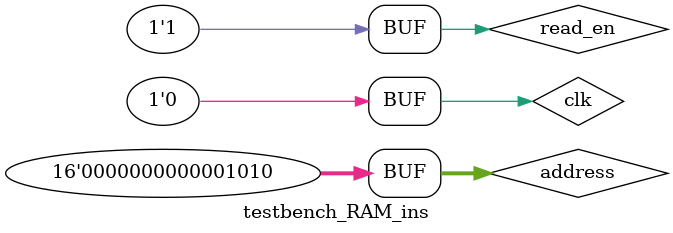
<source format=v>
`timescale 1us/10ns

module testbench_RAM_ins();

reg clk;            
reg [15:0] address;
reg read_en; 
wire [15:0] DataOut;


ram_instruction dut(.ADDBUS(address), .DATAOUT(DataOut),.clk(clk), .RD(read_en));

always // CLOCK
	begin
		clk = 1; #50; clk = 0; #50;
	end

initial begin

#50

address = 16'd2; read_en = 1;  #100;
address = 16'd4; read_en = 1;  #100;
address = 16'd6; read_en = 1;  #100;
address = 16'd8; read_en = 1;  #100;
address = 16'd10; read_en = 1;  #100;
address = 16'd10; read_en = 1;  #100;


end
endmodule
</source>
